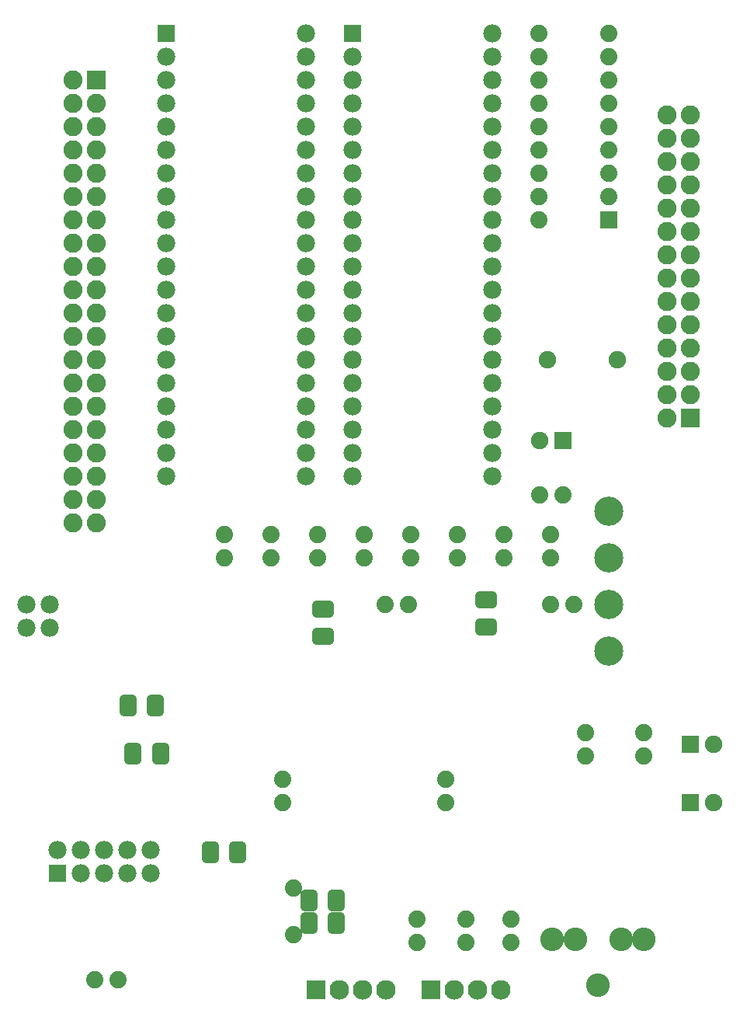
<source format=gbs>
G04*
G04  File:            TURBOFMPRO.GBS, Sat May 04 09:19:13 2019*
G04  Source:          P-CAD 2006 PCB, Version 19.02.958, (Z:\home\lvd\d\turbofmpro\pcad\TurboFMpro.pcb)*
G04  Format:          Gerber Format (RS-274-D), ASCII*
G04*
G04  Format Options:  Absolute Positioning*
G04                   Leading-Zero Suppression*
G04                   Scale Factor 1:1*
G04                   NO Circular Interpolation*
G04                   Millimeter Units*
G04                   Numeric Format: 4.4 (XXXX.XXXX)*
G04                   G54 NOT Used for Aperture Change*
G04                   Apertures Embedded*
G04*
G04  File Options:    Offset = (0.000mm,0.000mm)*
G04                   Drill Symbol Size = 2.032mm*
G04                   No Pad/Via Holes*
G04*
G04  File Contents:   Pads*
G04                   No Vias*
G04                   No Designators*
G04                   No Types*
G04                   No Values*
G04                   No Drill Symbols*
G04                   Bot Mask*
G04*
%INTURBOFMPRO.GBS*%
%ICAS*%
%MOMM*%
G04*
G04  Aperture MACROs for general use --- invoked via D-code assignment *
G04*
G04  General MACRO for flashed round with rotation and/or offset hole *
%AMROTOFFROUND*
1,1,$1,0.0000,0.0000*
1,0,$2,$3,$4*%
G04*
G04  General MACRO for flashed oval (obround) with rotation and/or offset hole *
%AMROTOFFOVAL*
21,1,$1,$2,0.0000,0.0000,$3*
1,1,$4,$5,$6*
1,1,$4,0-$5,0-$6*
1,0,$7,$8,$9*%
G04*
G04  General MACRO for flashed oval (obround) with rotation and no hole *
%AMROTOVALNOHOLE*
21,1,$1,$2,0.0000,0.0000,$3*
1,1,$4,$5,$6*
1,1,$4,0-$5,0-$6*%
G04*
G04  General MACRO for flashed rectangle with rotation and/or offset hole *
%AMROTOFFRECT*
21,1,$1,$2,0.0000,0.0000,$3*
1,0,$4,$5,$6*%
G04*
G04  General MACRO for flashed rectangle with rotation and no hole *
%AMROTRECTNOHOLE*
21,1,$1,$2,0.0000,0.0000,$3*%
G04*
G04  General MACRO for flashed rounded-rectangle *
%AMROUNDRECT*
21,1,$1,$2-$4,0.0000,0.0000,$3*
21,1,$1-$4,$2,0.0000,0.0000,$3*
1,1,$4,$5,$6*
1,1,$4,$7,$8*
1,1,$4,0-$5,0-$6*
1,1,$4,0-$7,0-$8*
1,0,$9,$10,$11*%
G04*
G04  General MACRO for flashed rounded-rectangle with rotation and no hole *
%AMROUNDRECTNOHOLE*
21,1,$1,$2-$4,0.0000,0.0000,$3*
21,1,$1-$4,$2,0.0000,0.0000,$3*
1,1,$4,$5,$6*
1,1,$4,$7,$8*
1,1,$4,0-$5,0-$6*
1,1,$4,0-$7,0-$8*%
G04*
G04  General MACRO for flashed regular polygon *
%AMREGPOLY*
5,1,$1,0.0000,0.0000,$2,$3+$4*
1,0,$5,$6,$7*%
G04*
G04  General MACRO for flashed regular polygon with no hole *
%AMREGPOLYNOHOLE*
5,1,$1,0.0000,0.0000,$2,$3+$4*%
G04*
G04  General MACRO for target *
%AMTARGET*
6,0,0,$1,$2,$3,4,$4,$5,$6*%
G04*
G04  General MACRO for mounting hole *
%AMMTHOLE*
1,1,$1,0,0*
1,0,$2,0,0*
$1=$1-$2*
$1=$1/2*
21,1,$2+$1,$3,0,0,$4*
21,1,$3,$2+$1,0,0,$4*%
G04*
G04*
G04  D10 : "Ellipse X0.254mm Y0.254mm H0.000mm 0.0deg (0.000mm,0.000mm) Draw"*
G04  Disc: OuterDia=0.2540*
%ADD10C, 0.2540*%
G04  D11 : "Ellipse X0.381mm Y0.381mm H0.000mm 0.0deg (0.000mm,0.000mm) Draw"*
G04  Disc: OuterDia=0.3810*
%ADD11C, 0.3810*%
G04  D12 : "Ellipse X0.500mm Y0.500mm H0.000mm 0.0deg (0.000mm,0.000mm) Draw"*
G04  Disc: OuterDia=0.5000*
%ADD12C, 0.5000*%
G04  D13 : "Ellipse X0.100mm Y0.100mm H0.000mm 0.0deg (0.000mm,0.000mm) Draw"*
G04  Disc: OuterDia=0.1000*
%ADD13C, 0.1000*%
G04  D14 : "Ellipse X1.000mm Y1.000mm H0.000mm 0.0deg (0.000mm,0.000mm) Draw"*
G04  Disc: OuterDia=1.0000*
%ADD14C, 1.0000*%
G04  D15 : "Ellipse X0.127mm Y0.127mm H0.000mm 0.0deg (0.000mm,0.000mm) Draw"*
G04  Disc: OuterDia=0.1270*
%ADD15C, 0.1270*%
G04  D16 : "Ellipse X0.150mm Y0.150mm H0.000mm 0.0deg (0.000mm,0.000mm) Draw"*
G04  Disc: OuterDia=0.1500*
%ADD16C, 0.1500*%
G04  D17 : "Ellipse X0.200mm Y0.200mm H0.000mm 0.0deg (0.000mm,0.000mm) Draw"*
G04  Disc: OuterDia=0.2000*
%ADD17C, 0.2000*%
G04  D18 : "Ellipse X0.250mm Y0.250mm H0.000mm 0.0deg (0.000mm,0.000mm) Draw"*
G04  Disc: OuterDia=0.2500*
%ADD18C, 0.2500*%
G04  D19 : "Ellipse X2.581mm Y2.581mm H0.000mm 0.0deg (0.000mm,0.000mm) Flash"*
G04  Disc: OuterDia=2.5810*
%ADD19C, 2.5810*%
G04  D20 : "Ellipse X2.800mm Y2.800mm H0.000mm 0.0deg (0.000mm,0.000mm) Flash"*
G04  Disc: OuterDia=2.8000*
%ADD20C, 2.8000*%
G04  D21 : "Ellipse X3.181mm Y3.181mm H0.000mm 0.0deg (0.000mm,0.000mm) Flash"*
G04  Disc: OuterDia=3.1810*
%ADD21C, 3.1810*%
G04  D22 : "Ellipse X1.500mm Y1.500mm H0.000mm 0.0deg (0.000mm,0.000mm) Flash"*
G04  Disc: OuterDia=1.5000*
%ADD22C, 1.5000*%
G04  D23 : "Ellipse X1.524mm Y1.524mm H0.000mm 0.0deg (0.000mm,0.000mm) Flash"*
G04  Disc: OuterDia=1.5240*
%ADD23C, 1.5240*%
G04  D24 : "Ellipse X1.600mm Y1.600mm H0.000mm 0.0deg (0.000mm,0.000mm) Flash"*
G04  Disc: OuterDia=1.6000*
%ADD24C, 1.6000*%
G04  D25 : "Ellipse X1.700mm Y1.700mm H0.000mm 0.0deg (0.000mm,0.000mm) Flash"*
G04  Disc: OuterDia=1.7000*
%ADD25C, 1.7000*%
G04  D26 : "Ellipse X1.750mm Y1.750mm H0.000mm 0.0deg (0.000mm,0.000mm) Flash"*
G04  Disc: OuterDia=1.7500*
%ADD26C, 1.7500*%
G04  D27 : "Ellipse X1.881mm Y1.881mm H0.000mm 0.0deg (0.000mm,0.000mm) Flash"*
G04  Disc: OuterDia=1.8810*
%ADD27C, 1.8810*%
G04  D28 : "Ellipse X1.905mm Y1.905mm H0.000mm 0.0deg (0.000mm,0.000mm) Flash"*
G04  Disc: OuterDia=1.9050*
%ADD28C, 1.9050*%
G04  D29 : "Ellipse X1.981mm Y1.981mm H0.000mm 0.0deg (0.000mm,0.000mm) Flash"*
G04  Disc: OuterDia=1.9810*
%ADD29C, 1.9810*%
G04  D30 : "Ellipse X2.081mm Y2.081mm H0.000mm 0.0deg (0.000mm,0.000mm) Flash"*
G04  Disc: OuterDia=2.0810*
%ADD30C, 2.0810*%
G04  D31 : "Ellipse X2.131mm Y2.131mm H0.000mm 0.0deg (0.000mm,0.000mm) Flash"*
G04  Disc: OuterDia=2.1310*
%ADD31C, 2.1310*%
G04  D32 : "Ellipse X2.200mm Y2.200mm H0.000mm 0.0deg (0.000mm,0.000mm) Flash"*
G04  Disc: OuterDia=2.2000*
%ADD32C, 2.2000*%
G04  D33 : "Rounded Rectangle X2.800mm Y7.000mm H0.000mm 0.0deg (0.000mm,0.000mm) Flash"*
G04  RoundRct: DimX=2.8000, DimY=7.0000, CornerRad=0.7000, Rotation=0.0, OffsetX=0.0000, OffsetY=0.0000, HoleDia=0.0000 *
%ADD33ROUNDRECTNOHOLE, 2.8000 X7.0000 X0.0 X1.4000 X-0.7000 X-2.8000 X-0.7000 X2.8000*%
G04  D34 : "Rounded Rectangle X3.000mm Y1.600mm H0.000mm 0.0deg (0.000mm,0.000mm) Flash"*
G04  RoundRct: DimX=3.0000, DimY=1.6000, CornerRad=0.4000, Rotation=0.0, OffsetX=0.0000, OffsetY=0.0000, HoleDia=0.0000 *
%ADD34ROUNDRECTNOHOLE, 3.0000 X1.6000 X0.0 X0.8000 X-1.1000 X-0.4000 X-1.1000 X0.4000*%
G04  D35 : "Rounded Rectangle X3.181mm Y7.381mm H0.000mm 0.0deg (0.000mm,0.000mm) Flash"*
G04  RoundRct: DimX=3.1810, DimY=7.3810, CornerRad=0.7953, Rotation=0.0, OffsetX=0.0000, OffsetY=0.0000, HoleDia=0.0000 *
%ADD35ROUNDRECTNOHOLE, 3.1810 X7.3810 X0.0 X1.5905 X-0.7953 X-2.8952 X-0.7953 X2.8952*%
G04  D36 : "Rounded Rectangle X3.381mm Y1.981mm H0.000mm 0.0deg (0.000mm,0.000mm) Flash"*
G04  RoundRct: DimX=3.3810, DimY=1.9810, CornerRad=0.4953, Rotation=0.0, OffsetX=0.0000, OffsetY=0.0000, HoleDia=0.0000 *
%ADD36ROUNDRECTNOHOLE, 3.3810 X1.9810 X0.0 X0.9905 X-1.1953 X-0.4953 X-1.1953 X0.4953*%
G04  D37 : "Rounded Rectangle X6.200mm Y5.800mm H0.000mm 0.0deg (0.000mm,0.000mm) Flash"*
G04  RoundRct: DimX=6.2000, DimY=5.8000, CornerRad=1.4500, Rotation=0.0, OffsetX=0.0000, OffsetY=0.0000, HoleDia=0.0000 *
%ADD37ROUNDRECTNOHOLE, 6.2000 X5.8000 X0.0 X2.9000 X-1.6500 X-1.4500 X-1.6500 X1.4500*%
G04  D38 : "Rounded Rectangle X6.581mm Y6.181mm H0.000mm 0.0deg (0.000mm,0.000mm) Flash"*
G04  RoundRct: DimX=6.5810, DimY=6.1810, CornerRad=1.5453, Rotation=0.0, OffsetX=0.0000, OffsetY=0.0000, HoleDia=0.0000 *
%ADD38ROUNDRECTNOHOLE, 6.5810 X6.1810 X0.0 X3.0905 X-1.7453 X-1.5453 X-1.7453 X1.5453*%
G04  D39 : "Rounded Rectangle X0.635mm Y1.270mm H0.000mm 0.0deg (0.000mm,0.000mm) Flash"*
G04  RoundRct: DimX=0.6350, DimY=1.2700, CornerRad=0.1588, Rotation=0.0, OffsetX=0.0000, OffsetY=0.0000, HoleDia=0.0000 *
%ADD39ROUNDRECTNOHOLE, 0.6350 X1.2700 X0.0 X0.3175 X-0.1588 X-0.4763 X-0.1588 X0.4763*%
G04  D40 : "Rounded Rectangle X1.500mm Y2.000mm H0.000mm 0.0deg (0.000mm,0.000mm) Flash"*
G04  RoundRct: DimX=1.5000, DimY=2.0000, CornerRad=0.3750, Rotation=0.0, OffsetX=0.0000, OffsetY=0.0000, HoleDia=0.0000 *
%ADD40ROUNDRECTNOHOLE, 1.5000 X2.0000 X0.0 X0.7500 X-0.3750 X-0.6250 X-0.3750 X0.6250*%
G04  D41 : "Rounded Rectangle X2.000mm Y1.500mm H0.000mm 0.0deg (0.000mm,0.000mm) Flash"*
G04  RoundRct: DimX=2.0000, DimY=1.5000, CornerRad=0.3750, Rotation=0.0, OffsetX=0.0000, OffsetY=0.0000, HoleDia=0.0000 *
%ADD41ROUNDRECTNOHOLE, 2.0000 X1.5000 X0.0 X0.7500 X-0.6250 X-0.3750 X-0.6250 X0.3750*%
G04  D42 : "Rounded Rectangle X1.600mm Y0.300mm H0.000mm 0.0deg (0.000mm,0.000mm) Flash"*
G04  RoundRct: DimX=1.6000, DimY=0.3000, CornerRad=0.0750, Rotation=0.0, OffsetX=0.0000, OffsetY=0.0000, HoleDia=0.0000 *
%ADD42ROUNDRECTNOHOLE, 1.6000 X0.3000 X0.0 X0.1500 X-0.7250 X-0.0750 X-0.7250 X0.0750*%
G04  D43 : "Rounded Rectangle X0.300mm Y1.600mm H0.000mm 0.0deg (0.000mm,0.000mm) Flash"*
G04  RoundRct: DimX=0.3000, DimY=1.6000, CornerRad=0.0750, Rotation=0.0, OffsetX=0.0000, OffsetY=0.0000, HoleDia=0.0000 *
%ADD43ROUNDRECTNOHOLE, 0.3000 X1.6000 X0.0 X0.1500 X-0.0750 X-0.7250 X-0.0750 X0.7250*%
G04  D44 : "Rounded Rectangle X1.016mm Y1.651mm H0.000mm 0.0deg (0.000mm,0.000mm) Flash"*
G04  RoundRct: DimX=1.0160, DimY=1.6510, CornerRad=0.2540, Rotation=0.0, OffsetX=0.0000, OffsetY=0.0000, HoleDia=0.0000 *
%ADD44ROUNDRECTNOHOLE, 1.0160 X1.6510 X0.0 X0.5080 X-0.2540 X-0.5715 X-0.2540 X0.5715*%
G04  D45 : "Rounded Rectangle X1.881mm Y2.381mm H0.000mm 0.0deg (0.000mm,0.000mm) Flash"*
G04  RoundRct: DimX=1.8810, DimY=2.3810, CornerRad=0.4703, Rotation=0.0, OffsetX=0.0000, OffsetY=0.0000, HoleDia=0.0000 *
%ADD45ROUNDRECTNOHOLE, 1.8810 X2.3810 X0.0 X0.9405 X-0.4703 X-0.7203 X-0.4703 X0.7203*%
G04  D46 : "Rounded Rectangle X2.381mm Y1.881mm H0.000mm 0.0deg (0.000mm,0.000mm) Flash"*
G04  RoundRct: DimX=2.3810, DimY=1.8810, CornerRad=0.4703, Rotation=0.0, OffsetX=0.0000, OffsetY=0.0000, HoleDia=0.0000 *
%ADD46ROUNDRECTNOHOLE, 2.3810 X1.8810 X0.0 X0.9405 X-0.7203 X-0.4703 X-0.7203 X0.4703*%
G04  D47 : "Rounded Rectangle X1.981mm Y0.681mm H0.000mm 0.0deg (0.000mm,0.000mm) Flash"*
G04  RoundRct: DimX=1.9810, DimY=0.6810, CornerRad=0.1703, Rotation=0.0, OffsetX=0.0000, OffsetY=0.0000, HoleDia=0.0000 *
%ADD47ROUNDRECTNOHOLE, 1.9810 X0.6810 X0.0 X0.3405 X-0.8203 X-0.1703 X-0.8203 X0.1703*%
G04  D48 : "Rounded Rectangle X0.681mm Y1.981mm H0.000mm 0.0deg (0.000mm,0.000mm) Flash"*
G04  RoundRct: DimX=0.6810, DimY=1.9810, CornerRad=0.1703, Rotation=0.0, OffsetX=0.0000, OffsetY=0.0000, HoleDia=0.0000 *
%ADD48ROUNDRECTNOHOLE, 0.6810 X1.9810 X0.0 X0.3405 X-0.1703 X-0.8203 X-0.1703 X0.8203*%
G04  D49 : "Rounded Rectangle X2.000mm Y2.000mm H0.000mm 0.0deg (0.000mm,0.000mm) Flash"*
G04  RoundRct: DimX=2.0000, DimY=2.0000, CornerRad=0.5000, Rotation=0.0, OffsetX=0.0000, OffsetY=0.0000, HoleDia=0.0000 *
%ADD49ROUNDRECTNOHOLE, 2.0000 X2.0000 X0.0 X1.0000 X-0.5000 X-0.5000 X-0.5000 X0.5000*%
G04  D50 : "Rounded Rectangle X2.032mm Y0.660mm H0.000mm 0.0deg (0.000mm,0.000mm) Flash"*
G04  RoundRct: DimX=2.0320, DimY=0.6604, CornerRad=0.1651, Rotation=0.0, OffsetX=0.0000, OffsetY=0.0000, HoleDia=0.0000 *
%ADD50ROUNDRECTNOHOLE, 2.0320 X0.6604 X0.0 X0.3302 X-0.8509 X-0.1651 X-0.8509 X0.1651*%
G04  D51 : "Rounded Rectangle X0.660mm Y2.032mm H0.000mm 0.0deg (0.000mm,0.000mm) Flash"*
G04  RoundRct: DimX=0.6604, DimY=2.0320, CornerRad=0.1651, Rotation=0.0, OffsetX=0.0000, OffsetY=0.0000, HoleDia=0.0000 *
%ADD51ROUNDRECTNOHOLE, 0.6604 X2.0320 X0.0 X0.3302 X-0.1651 X-0.8509 X-0.1651 X0.8509*%
G04  D52 : "Rounded Rectangle X2.381mm Y2.381mm H0.000mm 0.0deg (0.000mm,0.000mm) Flash"*
G04  RoundRct: DimX=2.3810, DimY=2.3810, CornerRad=0.5953, Rotation=0.0, OffsetX=0.0000, OffsetY=0.0000, HoleDia=0.0000 *
%ADD52ROUNDRECTNOHOLE, 2.3810 X2.3810 X0.0 X1.1905 X-0.5953 X-0.5953 X-0.5953 X0.5953*%
G04  D53 : "Rounded Rectangle X2.413mm Y1.041mm H0.000mm 0.0deg (0.000mm,0.000mm) Flash"*
G04  RoundRct: DimX=2.4130, DimY=1.0414, CornerRad=0.2604, Rotation=0.0, OffsetX=0.0000, OffsetY=0.0000, HoleDia=0.0000 *
%ADD53ROUNDRECTNOHOLE, 2.4130 X1.0414 X0.0 X0.5207 X-0.9462 X-0.2604 X-0.9462 X0.2604*%
G04  D54 : "Rounded Rectangle X1.041mm Y2.413mm H0.000mm 0.0deg (0.000mm,0.000mm) Flash"*
G04  RoundRct: DimX=1.0414, DimY=2.4130, CornerRad=0.2604, Rotation=0.0, OffsetX=0.0000, OffsetY=0.0000, HoleDia=0.0000 *
%ADD54ROUNDRECTNOHOLE, 1.0414 X2.4130 X0.0 X0.5207 X-0.2604 X-0.9462 X-0.2604 X0.9462*%
G04  D55 : "Rectangle X1.500mm Y1.500mm H0.000mm 0.0deg (0.000mm,0.000mm) Flash"*
G04  Square: Side=1.5000, Rotation=0.0, OffsetX=0.0000, OffsetY=0.0000, HoleDia=0.0000*
%ADD55R, 1.5000 X1.5000*%
G04  D56 : "Rectangle X1.524mm Y1.524mm H0.000mm 0.0deg (0.000mm,0.000mm) Flash"*
G04  Square: Side=1.5240, Rotation=0.0, OffsetX=0.0000, OffsetY=0.0000, HoleDia=0.0000*
%ADD56R, 1.5240 X1.5240*%
G04  D57 : "Rectangle X1.600mm Y1.600mm H0.000mm 0.0deg (0.000mm,0.000mm) Flash"*
G04  Square: Side=1.6000, Rotation=0.0, OffsetX=0.0000, OffsetY=0.0000, HoleDia=0.0000*
%ADD57R, 1.6000 X1.6000*%
G04  D58 : "Rectangle X1.700mm Y1.700mm H0.000mm 0.0deg (0.000mm,0.000mm) Flash"*
G04  Square: Side=1.7000, Rotation=0.0, OffsetX=0.0000, OffsetY=0.0000, HoleDia=0.0000*
%ADD58R, 1.7000 X1.7000*%
G04  D59 : "Rectangle X1.750mm Y1.750mm H0.000mm 0.0deg (0.000mm,0.000mm) Flash"*
G04  Square: Side=1.7500, Rotation=0.0, OffsetX=0.0000, OffsetY=0.0000, HoleDia=0.0000*
%ADD59R, 1.7500 X1.7500*%
G04  D60 : "Rectangle X1.881mm Y1.881mm H0.000mm 0.0deg (0.000mm,0.000mm) Flash"*
G04  Square: Side=1.8810, Rotation=0.0, OffsetX=0.0000, OffsetY=0.0000, HoleDia=0.0000*
%ADD60R, 1.8810 X1.8810*%
G04  D61 : "Rectangle X1.905mm Y1.905mm H0.000mm 0.0deg (0.000mm,0.000mm) Flash"*
G04  Square: Side=1.9050, Rotation=0.0, OffsetX=0.0000, OffsetY=0.0000, HoleDia=0.0000*
%ADD61R, 1.9050 X1.9050*%
G04  D62 : "Rectangle X1.981mm Y1.981mm H0.000mm 0.0deg (0.000mm,0.000mm) Flash"*
G04  Square: Side=1.9810, Rotation=0.0, OffsetX=0.0000, OffsetY=0.0000, HoleDia=0.0000*
%ADD62R, 1.9810 X1.9810*%
G04  D63 : "Rectangle X2.081mm Y2.081mm H0.000mm 0.0deg (0.000mm,0.000mm) Flash"*
G04  Square: Side=2.0810, Rotation=0.0, OffsetX=0.0000, OffsetY=0.0000, HoleDia=0.0000*
%ADD63R, 2.0810 X2.0810*%
G04  D64 : "Rectangle X2.131mm Y2.131mm H0.000mm 0.0deg (0.000mm,0.000mm) Flash"*
G04  Square: Side=2.1310, Rotation=0.0, OffsetX=0.0000, OffsetY=0.0000, HoleDia=0.0000*
%ADD64R, 2.1310 X2.1310*%
G04  D65 : "Ellipse X2.900mm Y2.900mm H0.000mm 0.0deg (0.000mm,0.000mm) Flash"*
G04  Disc: OuterDia=2.9000*
%ADD65C, 2.9000*%
G04  D66 : "Ellipse X3.281mm Y3.281mm H0.000mm 0.0deg (0.000mm,0.000mm) Flash"*
G04  Disc: OuterDia=3.2810*
%ADD66C, 3.2810*%
G04  D67 : "Ellipse X4.500mm Y4.500mm H0.000mm 0.0deg (0.000mm,0.000mm) Flash"*
G04  Disc: OuterDia=4.5000*
%ADD67C, 4.5000*%
G04  D68 : "Ellipse X4.881mm Y4.881mm H0.000mm 0.0deg (0.000mm,0.000mm) Flash"*
G04  Disc: OuterDia=4.8810*
%ADD68C, 4.8810*%
G04  D69 : "Ellipse X1.016mm Y1.016mm H0.000mm 0.0deg (0.000mm,0.000mm) Flash"*
G04  Disc: OuterDia=1.0160*
%ADD69C, 1.0160*%
G04  D70 : "Ellipse X1.397mm Y1.397mm H0.000mm 0.0deg (0.000mm,0.000mm) Flash"*
G04  Disc: OuterDia=1.3970*
%ADD70C, 1.3970*%
G04*
%FSLAX44Y44*%
%SFA1B1*%
%OFA0.000B0.000*%
G04*
G71*
G90*
G01*
D2*
%LNBot Mask*%
D27*
X2400300Y1181100D3*
Y1155700D3*
X2552700Y1181100D3*
Y1155700D3*
X2755900Y1104900D3*
X2781300D3*
X2857500Y965200D3*
Y939800D3*
D45*
X2384760Y835000D3*
X2414760D3*
D27*
X2463800Y914400D3*
Y889000D3*
X2475000Y795800D3*
Y745000D3*
X2610000Y761700D3*
Y736300D3*
X2705100Y1181100D3*
Y1155700D3*
X2755900Y1181100D3*
Y1155700D3*
X2794000Y965200D3*
Y939800D3*
D45*
X2330240Y942500D3*
X2300240D3*
D27*
X2451100Y1181100D3*
Y1155700D3*
D45*
X2492260Y782500D3*
X2522260D3*
D46*
X2685000Y1110240D3*
Y1080240D3*
D27*
X2574800Y1105000D3*
X2600200D3*
X2501900Y1181100D3*
Y1155700D3*
X2603500Y1181100D3*
Y1155700D3*
X2654300Y1181100D3*
Y1155700D3*
X2283700Y696000D3*
X2258300D3*
D45*
X2294760Y995000D3*
X2324760D3*
D64*
X2625000Y685000D3*
D31*
X2650400D3*
X2701200D3*
X2675800D3*
D64*
X2500000D3*
D31*
X2525400D3*
X2576200D3*
X2550800D3*
D27*
X2641600Y914400D3*
Y889000D3*
X2663000Y761700D3*
Y736300D3*
X2712200Y736600D3*
Y762000D3*
D45*
X2492260Y757500D3*
X2522260D3*
D46*
X2507500Y1100240D3*
Y1070240D3*
D28*
X2933700Y889000D3*
D61*
X2908300D3*
D28*
X2933700Y952500D3*
D61*
X2908300D3*
D21*
X2819400Y1206500D3*
Y1104900D3*
Y1054100D3*
Y1155700D3*
D30*
X2260600Y1193800D3*
Y1270000D3*
Y1244600D3*
Y1346200D3*
Y1320800D3*
Y1422400D3*
Y1397000D3*
Y1498600D3*
Y1473200D3*
Y1574800D3*
Y1549400D3*
Y1651000D3*
Y1625600D3*
Y1447800D3*
Y1371600D3*
Y1295400D3*
Y1219200D3*
Y1600200D3*
Y1524000D3*
D63*
Y1676400D3*
D30*
X2235200Y1193800D3*
Y1244600D3*
Y1270000D3*
Y1320800D3*
Y1346200D3*
Y1397000D3*
Y1422400D3*
Y1473200D3*
Y1498600D3*
Y1574800D3*
Y1549400D3*
Y1651000D3*
Y1625600D3*
Y1219200D3*
Y1295400D3*
Y1371600D3*
Y1447800D3*
Y1524000D3*
Y1600200D3*
Y1676400D3*
D29*
X2540000Y1244600D3*
Y1320800D3*
Y1295400D3*
Y1397000D3*
Y1371600D3*
Y1473200D3*
Y1447800D3*
Y1549400D3*
Y1524000D3*
Y1625600D3*
Y1600200D3*
Y1676400D3*
Y1701800D3*
X2692400Y1244600D3*
Y1320800D3*
Y1295400D3*
Y1397000D3*
Y1371600D3*
Y1473200D3*
Y1447800D3*
Y1549400D3*
Y1524000D3*
Y1625600D3*
Y1600200D3*
Y1701800D3*
Y1676400D3*
X2540000Y1498600D3*
Y1422400D3*
Y1346200D3*
Y1270000D3*
D61*
Y1727200D3*
D29*
Y1651000D3*
Y1574800D3*
X2692400Y1498600D3*
Y1422400D3*
Y1346200D3*
Y1270000D3*
Y1727200D3*
Y1651000D3*
Y1574800D3*
D30*
X2882900Y1638300D3*
Y1562100D3*
Y1587500D3*
Y1485900D3*
Y1511300D3*
Y1435100D3*
Y1409700D3*
Y1358900D3*
Y1333500D3*
Y1612900D3*
Y1536700D3*
Y1460500D3*
Y1384300D3*
Y1308100D3*
X2908300Y1638300D3*
Y1562100D3*
Y1587500D3*
Y1485900D3*
Y1511300D3*
Y1409700D3*
Y1435100D3*
Y1333500D3*
Y1358900D3*
Y1612900D3*
Y1536700D3*
Y1460500D3*
Y1384300D3*
D63*
Y1308100D3*
D29*
X2184400Y1104900D3*
X2209800D3*
D62*
X2218000Y812000D3*
D29*
Y837400D3*
X2319600D3*
Y812000D3*
X2294200D3*
Y837400D3*
X2268800Y812000D3*
Y837400D3*
X2243400Y812000D3*
Y837400D3*
X2184400Y1079500D3*
X2209800D3*
D27*
X2768700Y1224000D3*
X2743300D3*
D28*
X2828000Y1372000D3*
X2751800D3*
X2743600Y1284000D3*
D61*
X2769000D3*
D19*
X2857500Y740400D3*
X2832500D3*
X2782500D3*
X2757500D3*
X2807500Y690000D3*
D27*
X2819400Y1701800D3*
Y1727200D3*
X2743200D3*
Y1701800D3*
X2819400Y1625600D3*
Y1651000D3*
X2743200D3*
Y1625600D3*
X2819400Y1549400D3*
Y1574800D3*
X2743200D3*
Y1549400D3*
X2819400Y1600200D3*
Y1676400D3*
X2743200D3*
Y1600200D3*
Y1524000D3*
D60*
X2819400D3*
D29*
X2336800Y1244600D3*
Y1320800D3*
Y1295400D3*
Y1397000D3*
Y1371600D3*
Y1473200D3*
Y1447800D3*
Y1549400D3*
Y1524000D3*
Y1625600D3*
Y1600200D3*
Y1676400D3*
Y1701800D3*
X2489200Y1244600D3*
Y1320800D3*
Y1295400D3*
Y1397000D3*
Y1371600D3*
Y1473200D3*
Y1447800D3*
Y1549400D3*
Y1524000D3*
Y1625600D3*
Y1600200D3*
Y1701800D3*
Y1676400D3*
X2336800Y1498600D3*
Y1422400D3*
Y1346200D3*
Y1270000D3*
D61*
Y1727200D3*
D29*
Y1651000D3*
Y1574800D3*
X2489200Y1498600D3*
Y1422400D3*
Y1346200D3*
Y1270000D3*
Y1727200D3*
Y1651000D3*
Y1574800D3*
D02M02*

</source>
